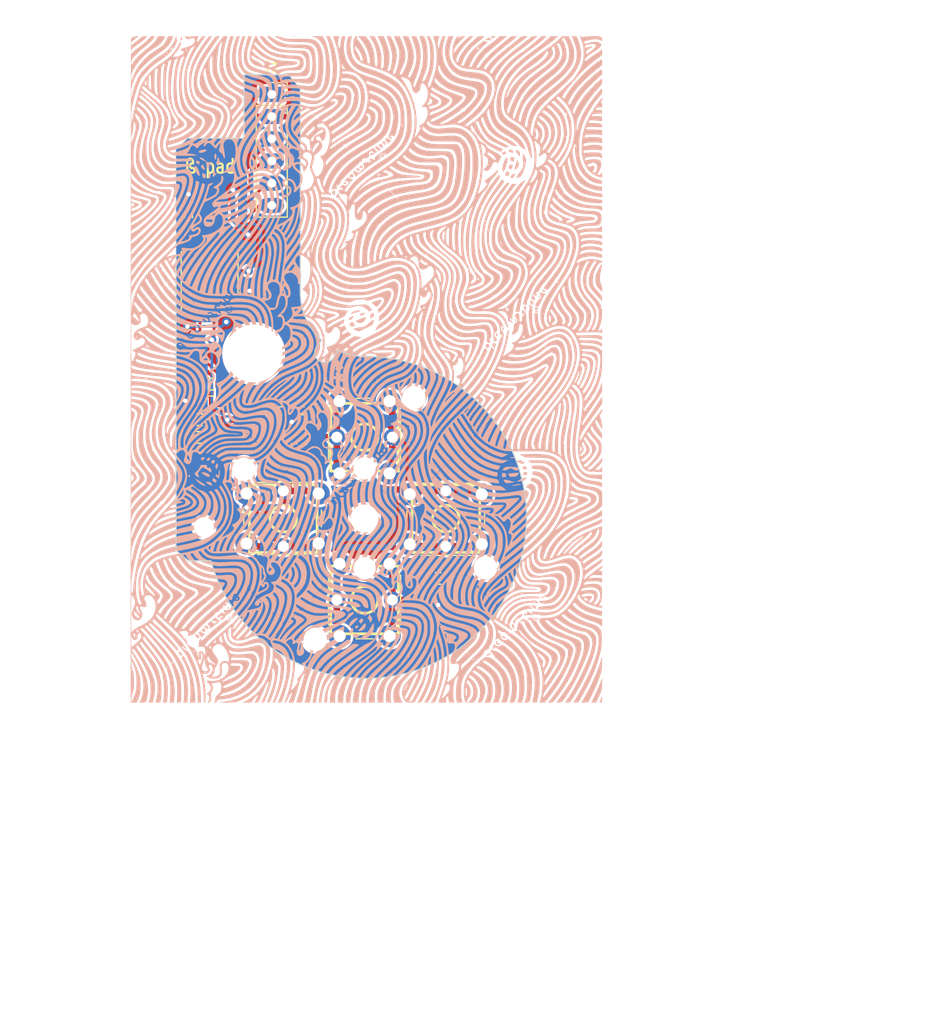
<source format=kicad_pcb>
(kicad_pcb (version 20221018) (generator pcbnew)
  (layers (0 "F.Cu" signal) (31 "B.Cu" signal) (34 "B.Paste" user) (35 "F.Paste" user) (36 "B.SilkS" user "B.Silkscreen") (37 "F.SilkS" user "F.Silkscreen") (38 "B.Mask" user) (39 "F.Mask" user) (44 "Edge.Cuts" user))
  (net 0 "")
  (net 1 "GND")
  (net 2 "/C_y")
  (net 3 "/C_x")
  (net 4 "VCC")
  (net 5 "/CS2_2")
  (net 6 "/CLK2")
  (net 7 "/Dout2")
  (net 8 "/Din2")
  (net 9 "Net-(SW2-Pad1)")
  (net 10 "Net-(R1-Pad1)")
  (footprint "PhobGCC_2_0_0_footprints:C_0402_1005Metric" (layer "F.Cu") (at 128.8 100.5)
    (fp_text reference "C2" hide)
    (fp_text value "100n")
    (pad "1" smd roundrect (at -0.48 0) (size 0.56 0.62) (layers "F.Cu" "F.Paste" "F.Mask") (net 2 "/C_y"))
    (pad "2" smd roundrect (at 0.48 0) (size 0.56 0.62) (layers "F.Cu" "F.Paste" "F.Mask") (net 1 "GND"))
  )
  (footprint "PhobGCC_2_0_0_footprints:MountingHole_2.0mm" (layer "F.Cu") (at 136.37 114.68 90)
    (fp_text reference "H12" hide)
    (fp_text value "MountingHole")
    (pad "" np_thru_hole circle (at 0 0 90) (size 2 2) (drill 2) (layers "F&B.Cu" "*.Mask"))
  )
  (footprint "PhobGCC_2_0_0_footprints:SOIC-8_3.9x4.9mm_P1.27mm" (layer "F.Cu") (at 122.4 88.1 90)
    (fp_text reference "U1" hide)
    (fp_text value "MCP3202")
    (pad "1" smd roundrect (at -2.475 -1.905 90) (size 1.95 0.6) (layers "F.Cu" "F.Paste" "F.Mask") (net 5 "/CS2_2"))
    (pad "2" smd roundrect (at -2.475 -0.635 90) (size 1.95 0.6) (layers "F.Cu" "F.Paste" "F.Mask") (net 3 "/C_x"))
    (pad "3" smd roundrect (at -2.475 0.635 90) (size 1.95 0.6) (layers "F.Cu" "F.Paste" "F.Mask") (net 2 "/C_y"))
    (pad "4" smd roundrect (at -2.475 1.905 90) (size 1.95 0.6) (layers "F.Cu" "F.Paste" "F.Mask") (net 1 "GND"))
    (pad "5" smd roundrect (at 2.475 1.905 90) (size 1.95 0.6) (layers "F.Cu" "F.Paste" "F.Mask") (net 8 "/Din2"))
    (pad "6" smd roundrect (at 2.475 0.635 90) (size 1.95 0.6) (layers "F.Cu" "F.Paste" "F.Mask") (net 7 "/Dout2"))
    (pad "7" smd roundrect (at 2.475 -0.635 90) (size 1.95 0.6) (layers "F.Cu" "F.Paste" "F.Mask") (net 6 "/CLK2"))
    (pad "8" smd roundrect (at 2.475 -1.905 90) (size 1.95 0.6) (layers "F.Cu" "F.Paste" "F.Mask") (net 4 "VCC"))
  )
  (footprint "Button_Switch_THT:SW_PUSH_6mm" (layer "F.Cu") (at 146.939 112.522 180)
    (fp_text reference "REF**" hide)
    (fp_text value "SW_PUSH_6mm")
    (pad "1" thru_hole circle (at 0 0 270) (size 2 2) (drill 1.1) (layers "*.Cu" "*.Mask") (net 10 "Net-(R1-Pad1)"))
    (pad "1" thru_hole circle (at 6.5 0 270) (size 2 2) (drill 1.1) (layers "*.Cu" "*.Mask") (net 10 "Net-(R1-Pad1)"))
    (pad "2" thru_hole circle (at 0 4.5 270) (size 2 2) (drill 1.1) (layers "*.Cu" "*.Mask") (net 2 "/C_y"))
    (pad "2" thru_hole circle (at 6.5 4.5 270) (size 2 2) (drill 1.1) (layers "*.Cu" "*.Mask") (net 2 "/C_y"))
  )
  (footprint "PhobGCC_2_0_0_footprints:C_0402_1005Metric" (layer "F.Cu") (at 130.8 100.5 180)
    (fp_text reference "C3" hide)
    (fp_text value "100n")
    (pad "1" smd roundrect (at -0.48 0 180) (size 0.56 0.62) (layers "F.Cu" "F.Paste" "F.Mask") (net 3 "/C_x"))
    (pad "2" smd roundrect (at 0.48 0 180) (size 0.56 0.62) (layers "F.Cu" "F.Paste" "F.Mask") (net 1 "GND"))
  )
  (footprint "Resistor_SMD:R_0603_1608Metric_Pad0.98x0.95mm_HandSolder" (layer "F.Cu") (at 122.5 99.7 180)
    (fp_text reference "R8" hide)
    (fp_text value "5.6k")
    (pad "1" smd roundrect (at -0.9125 0 180) (size 0.975 0.95) (layers "F.Cu" "F.Paste" "F.Mask") (net 3 "/C_x"))
    (pad "2" smd roundrect (at 0.9125 0 180) (size 0.975 0.95) (layers "F.Cu" "F.Paste" "F.Mask") (net 1 "GND"))
  )
  (footprint "Resistor_SMD:R_0603_1608Metric_Pad0.98x0.95mm_HandSolder" (layer "F.Cu") (at 122.5 98.1)
    (fp_text reference "R7" hide)
    (fp_text value "5.6k")
    (pad "1" smd roundrect (at -0.9125 0) (size 0.975 0.95) (layers "F.Cu" "F.Paste" "F.Mask") (net 4 "VCC"))
    (pad "2" smd roundrect (at 0.9125 0) (size 0.975 0.95) (layers "F.Cu" "F.Paste" "F.Mask") (net 3 "/C_x"))
  )
  (footprint "easyeda2kicad:SW-TH_L6.2-W6.2-P5.00" (layer "F.Cu") (at 143.7 110.21 90)
    (fp_text reference "SW3" hide)
    (fp_text value "C_down")
    (pad "1" thru_hole circle (at -2.5 0 90) (size 1.52 1.52) (drill 0.999998) (layers "*.Cu" "*.Paste" "*.Mask") (net 10 "Net-(R1-Pad1)"))
    (pad "2" thru_hole circle (at 2.5 0 90) (size 1.52 1.52) (drill 0.999998) (layers "*.Cu" "*.Paste" "*.Mask") (net 2 "/C_y"))
  )
  (footprint "Button_Switch_THT:SW_PUSH_6mm" (layer "F.Cu") (at 138.62 114.29 -90)
    (fp_text reference "REF**" hide)
    (fp_text value "SW_PUSH_6mm")
    (pad "1" thru_hole circle (at 0 0) (size 2 2) (drill 1.1) (layers "*.Cu" "*.Mask") (net 10 "Net-(R1-Pad1)"))
    (pad "1" thru_hole circle (at 6.5 0) (size 2 2) (drill 1.1) (layers "*.Cu" "*.Mask") (net 10 "Net-(R1-Pad1)"))
    (pad "2" thru_hole circle (at 0 4.5) (size 2 2) (drill 1.1) (layers "*.Cu" "*.Mask") (net 3 "/C_x"))
    (pad "2" thru_hole circle (at 6.5 4.5) (size 2 2) (drill 1.1) (layers "*.Cu" "*.Mask") (net 3 "/C_x"))
  )
  (footprint "easyeda2kicad:SW-TH_L6.2-W6.2-P5.00" (layer "F.Cu") (at 136.37 102.88)
    (fp_text reference "SW4" hide)
    (fp_text value "C_right")
    (pad "1" thru_hole circle (at -2.5 0) (size 1.52 1.52) (drill 0.999998) (layers "*.Cu" "*.Paste" "*.Mask") (net 9 "Net-(SW2-Pad1)"))
    (pad "2" thru_hole circle (at 2.5 0) (size 1.52 1.52) (drill 0.999998) (layers "*.Cu" "*.Paste" "*.Mask") (net 3 "/C_x"))
  )
  (footprint "easyeda2kicad:SW-TH_L6.2-W6.2-P5.00" (layer "F.Cu") (at 136.37 117.54 180)
    (fp_text reference "SW1" hide)
    (fp_text value "C_left")
    (pad "1" thru_hole circle (at -2.5 0 180) (size 1.52 1.52) (drill 0.999998) (layers "*.Cu" "*.Paste" "*.Mask") (net 10 "Net-(R1-Pad1)"))
    (pad "2" thru_hole circle (at 2.5 0 180) (size 1.52 1.52) (drill 0.999998) (layers "*.Cu" "*.Paste" "*.Mask") (net 3 "/C_x"))
  )
  (footprint "Resistor_SMD:R_0603_1608Metric_Pad0.98x0.95mm_HandSolder" (layer "F.Cu") (at 143 115.6)
    (fp_text reference "R1" hide)
    (fp_text value "1.1k")
    (pad "1" smd roundrect (at -0.9125 0) (size 0.975 0.95) (layers "F.Cu" "F.Paste" "F.Mask") (net 10 "Net-(R1-Pad1)"))
    (pad "2" smd roundrect (at 0.9125 0) (size 0.975 0.95) (layers "F.Cu" "F.Paste" "F.Mask") (net 1 "GND"))
  )
  (footprint "MountingHole:MountingHole_2.1mm" (layer "F.Cu") (at 131.93 121.09)
    (fp_text reference "H4" hide)
    (fp_text value "MountingHole")
    (pad "" np_thru_hole circle (at 0 0) (size 2.1 2.1) (drill 2.1) (layers "*.Cu" "*.Mask"))
  )
  (footprint "Button_Switch_THT:SW_PUSH_6mm" (layer "F.Cu") (at 125.73 107.95)
    (fp_text reference "REF**" hide)
    (fp_text value "SW_PUSH_6mm")
    (pad "1" thru_hole circle (at 0 0 90) (size 2 2) (drill 1.1) (layers "*.Cu" "*.Mask") (net 9 "Net-(SW2-Pad1)"))
    (pad "1" thru_hole circle (at 6.5 0 90) (size 2 2) (drill 1.1) (layers "*.Cu" "*.Mask") (net 9 "Net-(SW2-Pad1)"))
    (pad "2" thru_hole circle (at 0 4.5 90) (size 2 2) (drill 1.1) (layers "*.Cu" "*.Mask") (net 2 "/C_y"))
    (pad "2" thru_hole circle (at 6.5 4.5 90) (size 2 2) (drill 1.1) (layers "*.Cu" "*.Mask") (net 2 "/C_y"))
  )
  (footprint "PhobGCC_2_0_0_footprints:C_0402_1005Metric" (layer "F.Cu") (at 120.5 83 90)
    (fp_text reference "C1" hide)
    (fp_text value "100n")
    (pad "1" smd roundrect (at -0.48 0 90) (size 0.56 0.62) (layers "F.Cu" "F.Paste" "F.Mask") (net 4 "VCC"))
    (pad "2" smd roundrect (at 0.48 0 90) (size 0.56 0.62) (layers "F.Cu" "F.Paste" "F.Mask") (net 1 "GND"))
  )
  (footprint "MountingHole:MountingHole_2.5mm" (layer "F.Cu") (at 136.36 110.2)
    (fp_text reference "H5" hide)
    (fp_text value "MountingHole")
    (pad "" np_thru_hole circle (at 0 0) (size 2.5 2.5) (drill 2.5) (layers "*.Cu" "*.Mask"))
  )
  (footprint "easyeda2kicad:SW-TH_L6.2-W6.2-P5.00" (layer "F.Cu") (at 129.04 110.22 -90)
    (fp_text reference "SW2" hide)
    (fp_text value "C_up")
    (pad "1" thru_hole circle (at -2.5 0 270) (size 1.52 1.52) (drill 0.999998) (layers "*.Cu" "*.Paste" "*.Mask") (net 9 "Net-(SW2-Pad1)"))
    (pad "2" thru_hole circle (at 2.5 0 270) (size 1.52 1.52) (drill 0.999998) (layers "*.Cu" "*.Paste" "*.Mask") (net 2 "/C_y"))
  )
  (footprint "Resistor_SMD:R_0603_1608Metric_Pad0.98x0.95mm_HandSolder" (layer "F.Cu") (at 121.5 101.3 180)
    (fp_text reference "R6" hide)
    (fp_text value "5.6k")
    (pad "1" smd roundrect (at -0.9125 0 180) (size 0.975 0.95) (layers "F.Cu" "F.Paste" "F.Mask") (net 2 "/C_y"))
    (pad "2" smd roundrect (at 0.9125 0 180) (size 0.975 0.95) (layers "F.Cu" "F.Paste" "F.Mask") (net 1 "GND"))
  )
  (footprint "Resistor_SMD:R_0603_1608Metric_Pad0.98x0.95mm_HandSolder" (layer "F.Cu") (at 130 104 180)
    (fp_text reference "R2" hide)
    (fp_text value "1.1k")
    (pad "1" smd roundrect (at -0.9125 0 180) (size 0.975 0.95) (layers "F.Cu" "F.Paste" "F.Mask") (net 9 "Net-(SW2-Pad1)"))
    (pad "2" smd roundrect (at 0.9125 0 180) (size 0.975 0.95) (layers "F.Cu" "F.Paste" "F.Mask") (net 4 "VCC"))
  )
  (footprint "MountingHole:MountingHole_2.1mm" (layer "F.Cu") (at 147.27 114.64)
    (fp_text reference "H3" hide)
    (fp_text value "MountingHole")
    (pad "" np_thru_hole circle (at 0 0) (size 2.1 2.1) (drill 2.1) (layers "*.Cu" "*.Mask"))
  )
  (footprint "MountingHole:MountingHole_2.1mm" (layer "F.Cu") (at 125.48 105.77)
    (fp_text reference "H1" hide)
    (fp_text value "MountingHole")
    (pad "" np_thru_hole circle (at 0 0) (size 2.1 2.1) (drill 2.1) (layers "*.Cu" "*.Mask"))
  )
  (footprint "PhobGCC_2_0_0_footprints:MountingHole_1.8mm" (layer "F.Cu") (at 121.89 110.98 90)
    (fp_text reference "H10" hide)
    (fp_text value "MountingHole")
    (pad "" np_thru_hole circle (at 0 0 90) (size 1.8 1.8) (drill 1.8) (layers "F&B.Cu" "*.Mask"))
  )
  (footprint "PhobGCC_2_0_0_footprints:MountingHole_2.0mm" (layer "F.Cu") (at 136.37 105.68 90)
    (fp_text reference "H13" hide)
    (fp_text value "MountingHole")
    (pad "" np_thru_hole circle (at 0 0 90) (size 2 2) (drill 2) (layers "F&B.Cu" "*.Mask"))
  )
  (footprint "MountingHole:MountingHole_2.1mm" (layer "F.Cu") (at 140.82 99.32)
    (fp_text reference "H2" hide)
    (fp_text value "MountingHole")
    (pad "" np_thru_hole circle (at 0 0) (size 2.1 2.1) (drill 2.1) (layers "*.Cu" "*.Mask"))
  )
  (footprint "PhobGCC_2_0_0_footprints:MountingHole_5.2mm" (layer "F.Cu") (at 126.37 95.34 90)
    (fp_text reference "H11" hide)
    (fp_text value "MountingHole")
    (pad "" np_thru_hole circle (at 0 0 90) (size 5.2 5.2) (drill 5.2) (layers "F&B.Cu" "*.Mask"))
  )
  (footprint "Button_Switch_THT:SW_PUSH_6mm" (layer "F.Cu") (at 134.12 106.13 90)
    (fp_text reference "REF**" hide)
    (fp_text value "SW_PUSH_6mm")
    (pad "1" thru_hole circle (at 0 0 180) (size 2 2) (drill 1.1) (layers "*.Cu" "*.Mask") (net 9 "Net-(SW2-Pad1)"))
    (pad "1" thru_hole circle (at 6.5 0 180) (size 2 2) (drill 1.1) (layers "*.Cu" "*.Mask") (net 9 "Net-(SW2-Pad1)"))
    (pad "2" thru_hole circle (at 0 4.5 180) (size 2 2) (drill 1.1) (layers "*.Cu" "*.Mask") (net 3 "/C_x"))
    (pad "2" thru_hole circle (at 6.5 4.5 180) (size 2 2) (drill 1.1) (layers "*.Cu" "*.Mask") (net 3 "/C_x"))
  )
  (footprint "PhobGCC_2_0_0_footprints:PinSocket_1x06_P2.00mm_Vertical" (layer "F.Cu") (at 128 72)
    (fp_text reference "J1" (at 0 -2.5 180) (layer "F.SilkS"))
    (fp_text value "Conn_01x06")
    (pad "1" thru_hole rect (at 0 0) (size 2.2 1.35) (drill 0.8) (layers "*.Cu" "*.Mask") (net 1 "GND") (thermal_gap 0.65))
    (pad "2" thru_hole oval (at 0 2) (size 2.2 1.35) (drill 0.8) (layers "*.Cu" "*.Mask") (net 4 "VCC") (thermal_gap 0.5))
    (pad "3" thru_hole oval (at 0 4) (size 2.2 1.35) (drill 0.8) (layers "*.Cu" "*.Mask") (net 5 "/CS2_2"))
    (pad "4" thru_hole oval (at 0 6) (size 2.2 1.35) (drill 0.8) (layers "*.Cu" "*.Mask") (net 6 "/CLK2"))
    (pad "5" thru_hole oval (at 0 8) (size 2.2 1.35) (drill 0.8) (layers "*.Cu" "*.Mask") (net 7 "/Dout2"))
    (pad "6" thru_hole oval (at 0 10) (size 2.2 1.35) (drill 0.8) (layers "*.Cu" "*.Mask") (net 8 "/Din2"))
  )
  (footprint "Resistor_SMD:R_0603_1608Metric_Pad0.98x0.95mm_HandSolder" (layer "F.Cu") (at 121.5 102.9)
    (fp_text reference "R5" hide)
    (fp_text value "5.6k")
    (pad "1" smd roundrect (at -0.9125 0) (size 0.975 0.95) (layers "F.Cu" "F.Paste" "F.Mask") (net 4 "VCC"))
    (pad "2" smd roundrect (at 0.9125 0) (size 0.975 0.95) (layers "F.Cu" "F.Paste" "F.Mask") (net 2 "/C_y"))
  )
  (footprint "LOGO" (layer "B.Cu") (at 134.493 96.774 90)
    (fp_text reference "G***" (at 0 0 90) (layer "B.SilkS") (effects (font (size 1.5 1.5) (thickness 0.3)) (justify mirror)))
    (fp_text value "LOGO" hide)
  )
  (gr_arc (start 136.4732 95.606117) (mid 148.023637 118.872944) (end 122.507528 114.006117) (stroke (width 0.1)) (layer "Edge.Cuts"))
  (gr_line (start 132.492083 94.141342) (end 132.025578 94.761017) (stroke (width 0.1)) (layer "Edge.Cuts"))
  (gr_arc (start 133.523763 95.758735) (mid 132.275846 96.008917) (end 132.025578 94.761017) (stroke (width 0.1)) (layer "Edge.Cuts"))
  (gr_line (start 120.4214 75.946) (end 125.5 75.946) (stroke (width 0.1)) (layer "Edge.Cuts"))
  (gr_line (start 119.3672 93.842952) (end 119.367157 94.464952) (stroke (width 0.1)) (layer "Edge.Cuts"))
  (gr_line (start 130.5732 75.278235) (end 130.556 71.4756) (stroke (width 0.05)) (layer "Edge.Cuts"))
  (gr_line (start 130.5732 89.706117) (end 130.5732 86.506117) (stroke (width 0.1)) (layer "Edge.Cuts"))
  (gr_line (start 119.3672 93.842952) (end 119.3672 86.5874) (stroke (width 0.1)) (layer "Edge.Cuts"))
  (gr_arc (start 132.492083 94.141342) (mid 131.057512 92.129292) (end 130.5732 89.706117) (stroke (width 0.1)) (layer "Edge.Cuts"))
  (gr_line (start 133.523763 95.758735) (end 133.990269 95.058224) (stroke (width 0.1)) (layer "Edge.Cuts"))
  (gr_line (start 130.5732 86.506117) (end 130.5732 75.278235) (stroke (width 0.05)) (layer "Edge.Cuts"))
  (gr_line (start 129.511 70.227493) (end 125.5 70.227493) (stroke (width 0.1)) (layer "Edge.Cuts"))
  (gr_line (start 119.3546 76.962) (end 120.4214 75.946) (stroke (width 0.05)) (layer "Edge.Cuts"))
  (gr_line (start 119.367157 103.765952) (end 119.364307 113.086952) (stroke (width 0.1)) (layer "Edge.Cuts"))
  (gr_line (start 119.364307 113.086952) (end 120.4732 114.006117) (stroke (width 0.1)) (layer "Edge.Cuts"))
  (gr_line (start 119.367157 94.464952) (end 119.367157 103.765952) (stroke (width 0.1)) (layer "Edge.Cuts"))
  (gr_line (start 119.3672 86.5874) (end 119.3546 76.962) (stroke (width 0.05)) (layer "Edge.Cuts"))
  (gr_line (start 125.5 70.227493) (end 125.5 75.946) (stroke (width 0.1)) (layer "Edge.Cuts"))
  (gr_line (start 130.556 71.4756) (end 129.511 70.227493) (stroke (width 0.05)) (layer "Edge.Cuts"))
  (gr_arc (start 136.4732 95.606117) (mid 135.201851 95.467595) (end 133.990269 95.058224) (stroke (width 0.1)) (layer "Edge.Cuts"))
  (gr_line (start 120.4732 114.006117) (end 122.507528 114.006117) (stroke (width 0.1)) (layer "Edge.Cuts"))
  (gr_text "ß pad" (at 122.428 78.486) (layer "F.SilkS") (effects (font (size 1.25 1) (thickness 0.2))))
  (segment (start 129.8 100.5) (end 129.8 101.5) (width 0.6) (layer "F.Cu") (net 1))
  (segment (start 120.3 99.7) (end 121.4 99.7) (width 0.6) (layer "F.Cu") (net 1))
  (segment (start 120.5 81) (end 120.5 82.52) (width 0.25) (layer "F.Cu") (net 1))
  (segment (start 120.5875 99.9875) (end 120.5875 101.3) (width 0.6) (layer "F.Cu") (net 1))
  (segment (start 129.8 100.5) (end 130.32 100.5) (width 0.6) (layer "F.Cu") (net 1))
  (segment (start 120.2 99.6) (end 120.3 99.7) (width 0.6) (layer "F.Cu") (net 1))
  (segment (start 121.4875 99.7) (end 121.4 99.7) (width 0.25) (layer "F.Cu") (net 1))
  (segment (start 120.2 99.6) (end 120.5875 99.9875) (width 0.6) (layer "F.Cu") (net 1))
  (segment (start 143.9125 115.6) (end 143.9125 117.0875) (width 0.6) (layer "F.Cu") (net 1))
  (segment (start 126 89.7) (end 125.125 90.575) (width 0.3) (layer "F.Cu") (net 1))
  (segment (start 125.125 90.575) (end 124.305 90.575) (width 0.3) (layer "F.Cu") (net 1))
  (segment (start 129.28 100.5) (end 129.8 100.5) (width 0.6) (layer "F.Cu") (net 1))
  (segment (start 143.9125 117.0875) (end 143 118) (width 0.6) (layer "F.Cu") (net 1))
  (via (at 120.5 81) (size 0.8) (drill 0.4) (layers "F.Cu" "B.Cu") (net 1))
  (via (at 129.8 101.5) (size 0.8) (drill 0.4) (layers "F.Cu" "B.Cu") (net 1))
  (via (at 143 118) (size 0.8) (drill 0.4) (layers "F.Cu" "B.Cu") (net 1))
  (via (at 126 89.7) (size 0.8) (drill 0.4) (layers "F.Cu" "B.Cu") (net 1))
  (via (at 120.2 99.6) (size 0.8) (drill 0.4) (layers "F.Cu" "B.Cu") (net 1))
  (segment (start 128.32 100.5) (end 128 100.5) (width 0.6) (layer "F.Cu") (net 2))
  (segment (start 146.627 107.71) (end 146.939 108.022) (width 0.6) (layer "F.Cu") (net 2))
  (segment (start 143.7 107.71) (end 143.59 107.6) (width 0.6) (layer "F.Cu") (net 2))
  (segment (start 122.8 93.9) (end 122.6 94.1) (width 0.25) (layer "F.Cu") (net 2))
  (segment (start 124 101.9) (end 123 102.9) (width 0.6) (layer "F.Cu") (net 2))
  (segment (start 143.59 107.6) (end 134.843 107.6) (width 0.6) (layer "F.Cu") (net 2))
  (segment (start 123 102.9) (end 122.4125 102.9) (width 0.25) (layer "F.Cu") (net 2))
  (segment (start 134.843 107.6) (end 129.723 112.72) (width 0.6) (layer "F.Cu") (net 2))
  (segment (start 129.723 112.72) (end 129.04 112.72) (width 0.6) (layer "F.Cu") (net 2))
  (segment (start 125.6 101.3) (end 124 101.3) (width 0.6) (layer "F.Cu") (net 2))
  (segment (start 127.4 103.1) (end 126.4 102.1) (width 0.6) (layer "F.Cu") (net 2))
  (segment (start 126 112.72) (end 125.73 112.45) (width 0.6) (layer "F.Cu") (net 2))
  (segment (start 129.04 112.72) (end 131.96 112.72) (width 0.6) (layer "F.Cu") (net 2))
  (segment (start 131.96 112.72) (end 132.23 112.45) (width 0.6) (layer "F.Cu") (net 2))
  (segment (start 143.7 107.71) (end 140.751 107.71) (width 0.6) (layer "F.Cu") (net 2))
  (segment (start 122.8 91.475) (end 122.8 93.9) (width 0.25) (layer "F.Cu") (net 2))
  (segment (start 124 101.3) (end 124 101.9) (width 0.6) (layer "F.Cu") (net 2))
  (segment (start 124 101.3) (end 122.4125 101.3) (width 0.6) (layer "F.Cu") (net 2))
  (segment (start 143.7 107.71) (end 146.627 107.71) (width 0.6) (layer "F.Cu") (net 2))
  (segment (start 128 100.5) (end 126.4 102.1) (width 0.6) (layer "F.Cu") (net 2))
  (segment (start 129.04 112.72) (end 127.4 111.08) (width 0.6) (layer "F.Cu") (net 2))
  (segment (start 126.4 102.1) (end 125.6 101.3) (width 0.6) (layer "F.Cu") (net 2))
  (segment (start 140.751 107.71) (end 140.439 108.022) (width 0.6) (layer "F.Cu") (net 2))
  (segment (start 129.04 112.72) (end 126 112.72) (width 0.6) (layer "F.Cu") (net 2))
  (segment (start 127.4 111.08) (end 127.4 103.1) (width 0.6) (layer "F.Cu") (net 2))
  (via (at 122.6 94.1) (size 0.8) (drill 0.4) (layers "F.Cu" "B.Cu") (net 2))
  (via (at 124 101.3) (size 0.8) (drill 0.4) (layers "F.Cu" "B.Cu") (net 2))
  (segment (start 122.6 99.9) (end 122.6 94.1) (width 0.25) (layer "B.Cu") (net 2))
  (segment (start 124 101.3) (end 122.6 99.9) (width 0.25) (layer "B.Cu") (net 2))
  (segment (start 124.567 98.933) (end 123.8 99.7) (width 0.6) (layer "F.Cu") (net 3))
  (segment (start 138.87 102.04) (end 134.62 97.79) (width 0.6) (layer "F.Cu") (net 3))
  (segment (start 123.4125 98.1) (end 123.3125 98.2) (width 0.6) (layer "F.Cu") (net 3))
  (segment (start 138.87 102.88) (end 138.87 99.88) (width 0.6) (layer "F.Cu") (net 3))
  (segment (start 134.62 97.79) (end 129.286 97.79) (width 0.6) (layer "F.Cu") (net 3))
  (segment (start 133.87 117.54) (end 133.87 114.54) (width 0.6) (layer "F.Cu") (net 3))
  (segment (start 138.87 102.88) (end 138.87 102.04) (width 0.6) (layer "F.Cu") (net 3))
  (segment (start 133.87 114.54) (end 134.12 114.29) (width 0.6) (layer "F.Cu") (net 3))
  (segment (start 121.53 91.475) (end 121.53 95.53) (width 0.25) (layer "F.Cu") (net 3))
  (segment (start 138.87 99.88) (end 138.62 99.63) (width 0.6) (layer "F.Cu") (net 3))
  (segment (start 138.87 102.88) (end 138.87 105.88) (width 0.6) (layer "F.Cu") (net 3))
  (segment (start 129.286 97.79) (end 128.143 98.933) (width 0.6) (layer "F.Cu") (net 3))
  (segment (start 128.143 98.933) (end 124.567 98.933) (width 0.6) (layer "F.Cu") (net 3))
  (segment (start 133.87 120.54) (end 134.12 120.79) (width 0.6) (layer "F.Cu") (net 3))
  (segment (start 131.28 100.5) (end 131.28 99.3) (width 0.6) (layer "F.Cu") (net 3))
  (segment (start 123.3125 98.2) (end 123.3125 99.7) (width 0.6) (layer "F.Cu") (net 3))
  (segment (start 121.53 95.53) (end 123.3125 97.3125) (width 0.25) (layer "F.Cu") (net 3))
  (segment (start 138.87 105.88) (end 138.62 106.13) (width 0.6) (layer "F.Cu") (net 3))
  (segment (start 123.3125 97.3125) (end 123.3125 98.1) (width 0.25) (layer "F.Cu") (net 3))
  (segment (start 133.87 117.54) (end 133.87 120.54) (width 0.6) (layer "F.Cu") (net 3))
  (segment (start 123.8 99.7) (end 123.4125 99.7) (width 0.6) (layer "F.Cu") (net 3))
  (segment (start 139.8 111.500281) (end 139.8 103.81) (width 0.6) (layer "B.Cu") (net 3))
  (segment (start 133.87 113.594491) (end 134.664491 112.8) (width 0.6) (layer "B.Cu") (net 3))
  (segment (start 134.664491 112.8) (end 138.500281 112.8) (width 0.6) (layer "B.Cu") (net 3))
  (segment (start 139.8 103.81) (end 138.87 102.88) (width 0.6) (layer "B.Cu") (net 3))
  (segment (start 138.500281 112.8) (end 139.8 111.500281) (width 0.6) (layer "B.Cu") (net 3))
  (segment (start 133.87 117.54) (end 133.87 113.594491) (width 0.6) (layer "B.Cu") (net 3))
  (segment (start 120.495 85.625) (end 120.495 83.485) (width 0.25) (layer "F.Cu") (net 4))
  (segment (start 120.495 83.485) (end 120.5 83.48) (width 0.25) (layer "F.Cu") (net 4))
  (via (at 125.8687 84.6328) (size 0.8) (drill 0.4) (layers "F.Cu" "B.Cu") (net 4))
  (via (at 120.4 92.9) (size 0.8) (drill 0.4) (layers "F.Cu" "B.Cu") (net 4))
  (via (at 123.9 92.5) (size 0.8) (drill 0.4) (layers "F.Cu" "B.Cu") (net 4))
  (via (at 124.5108 80.6196) (size 0.8) (drill 0.4) (layers "F.Cu" "B.Cu") (net 4))
  (segment (start 124.5108 83.3108) (end 125.8328 84.6328) (width 0.4) (layer "B.Cu") (net 4))
  (segment (start 125.8328 84.6328) (end 125.8687 84.6328) (width 0.4) (layer "B.Cu") (net 4))
  (segment (start 124.5108 80.6196) (end 124.5108 83.3108) (width 0.4) (layer "B.Cu") (net 4))
  (segment (start 123.9 92.5) (end 123.5 92.9) (width 0.25) (layer "B.Cu") (net 4))
  (segment (start 123.5 92.9) (end 120.4 92.9) (width 0.25) (layer "B.Cu") (net 4))
  (segment (start 125.9 87.9) (end 122.1 87.9) (width 0.3) (layer "F.Cu") (net 5))
  (segment (start 120.495 89.505) (end 120.495 90.575) (width 0.3) (layer "F.Cu") (net 5))
  (segment (start 122.1 87.9) (end 120.495 89.505) (width 0.3) (layer "F.Cu") (net 5))
  (via (at 125.9 87.9) (size 0.8) (drill 0.4) (layers "F.Cu" "B.Cu") (net 5))
  (segment (start 127 84.25) (end 126.1872 83.4372) (width 0.3) (layer "B.Cu") (net 5))
  (segment (start 126.1872 83.4372) (end 126.1872 77.6224) (width 0.3) (layer "B.Cu") (net 5))
  (segment (start 127.8172 75.9924) (end 128.016 75.9924) (width 0.3) (layer "B.Cu") (net 5))
  (segment (start 126.1872 77.6224) (end 127.8172 75.9924) (width 0.3) (layer "B.Cu") (net 5))
  (segment (start 125.9 87.9) (end 127 86.8) (width 0.3) (layer "B.Cu") (net 5))
  (segment (start 127 86.8) (end 127 84.25) (width 0.3) (layer "B.Cu") (net 5))
  (segment (start 121.765 86.2846) (end 121.765 84.5338) (width 0.25) (layer "F.Cu") (net 6))
  (segment (start 121.765 84.5338) (end 126.0348 80.264) (width 0.25) (layer "F.Cu") (net 6))
  (segment (start 126.0348 80.264) (end 126.0348 79.1464) (width 0.25) (layer "F.Cu") (net 6))
  (segment (start 126.0348 79.1464) (end 127.1888 77.9924) (width 0.25) (layer "F.Cu") (net 6))
  (segment (start 127.1888 77.9924) (end 128.016 77.9924) (width 0.25) (layer "F.Cu") (net 6))
  (segment (start 123.035 84.5338) (end 127.5764 79.9924) (width 0.25) (layer "F.Cu") (net 7))
  (segment (start 127.5764 79.9924) (end 128.016 79.9924) (width 0.25) (layer "F.Cu") (net 7))
  (segment (start 123.035 85.625) (end 123.035 84.5338) (width 0.25) (layer "F.Cu") (net 7))
  (segment (start 126.8896 82) (end 128 82) (width 0.25) (layer "F.Cu") (net 8))
  (segment (start 124.305 86.2846) (end 124.305 84.5846) (width 0.25) (layer "F.Cu") (net 8))
  (segment (start 124.305 84.5846) (end 126.8896 82) (width 0.25) (layer "F.Cu") (net 8))
  (segment (start 129.04 107.72) (end 129.04 109.212) (width 0.6) (layer "F.Cu") (net 9))
  (segment (start 133.87 102.88) (end 133.87 105.88) (width 0.6) (layer "F.Cu") (net 9))
  (segment (start 133.87 105.88) (end 134.12 106.13) (width 0.6) (layer "F.Cu") (net 9))
  (segment (start 130.9125 105.8475) (end 129.04 107.72) (width 0.6) (layer "F.Cu") (net 9))
  (segment (start 133.87 100.25) (end 134.12 100) (width 0.6) (layer "F.Cu") (net 9))
  (segment (start 132.0325 102.88) (end 130.9125 104) (width 0.6) (layer "F.Cu") (net 9))
  (segment (start 130.9125 104) (end 130.9125 105.8475) (width 0.6) (layer "F.Cu") (net 9))
  (segment (start 133.87 102.88) (end 133.87 100.25) (width 0.6) (layer "F.Cu") (net 9))
  (segment (start 129.04 107.72) (end 132 107.72) (width 0.6) (layer "F.Cu") (net 9))
  (segment (start 132 107.72) (end 132.23 107.95) (width 0.6) (layer "F.Cu") (net 9))
  (segment (start 133.87 102.88) (end 132.0325 102.88) (width 0.6) (layer "F.Cu") (net 9))
  (segment (start 129.04 109.212) (end 129.032 109.22) (width 0.6) (layer "F.Cu") (net 9))
  (segment (start 125.73 109.22) (end 125.73 107.95) (width 0.6) (layer "F.Cu") (net 9))
  (via (at 129.032 109.22) (size 0.8) (drill 0.4) (layers "F.Cu" "B.Cu") (net 9))
  (via (at 125.73 109.22) (size 0.8) (drill 0.4) (layers "F.Cu" "B.Cu") (net 9))
  (segment (start 129.032 109.22) (end 125.73 109.22) (width 0.6) (layer "B.Cu") (net 9))
  (segment (start 140.1475 117.54) (end 142.0875 115.6) (width 0.6) (layer "F.Cu") (net 10))
  (segment (start 142.0875 115.6) (end 142.0875 114.3225) (width 0.6) (layer "F.Cu") (net 10))
  (segment (start 140.627 112.71) (end 140.439 112.522) (width 0.6) (layer "F.Cu") (net 10))
  (segment (start 146.751 112.71) (end 146.939 112.522) (width 0.6) (layer "F.Cu") (net 10))
  (segment (start 138.87 120.54) (end 138.62 120.79) (width 0.6) (layer "F.Cu") (net 10))
  (segment (start 138.87 117.54) (end 138.87 120.54) (width 0.6) (layer "F.Cu") (net 10))
  (segment (start 142.0875 114.3225) (end 143.7 112.71) (width 0.6) (layer "F.Cu") (net 10))
  (segment (start 138.87 114.54) (end 138.62 114.29) (width 0.6) (layer "F.Cu") (net 10))
  (segment (start 138.87 117.54) (end 138.87 114.54) (width 0.6) (layer "F.Cu") (net 10))
  (segment (start 143.7 112.71) (end 140.627 112.71) (width 0.6) (layer "F.Cu") (net 10))
  (segment (start 138.87 117.54) (end 140.1475 117.54) (width 0.6) (layer "F.Cu") (net 10))
  (segment (start 143.7 112.71) (end 146.751 112.71) (width 0.6) (layer "F.Cu") (net 10))
  (zone (net 4) (net_name "VCC") (layer "F.Cu") (connect_pads (clearance 0.25)) (min_thickness 0.254) (fill yes (thermal_gap 0.508) (thermal_bridge_width 0.508))
    (polygon (pts (xy 188 155.75) (xy 103.5 155.75) (xy 103.5 63.5) (xy 188 63.5)))
  )
  (zone (net 1) (net_name "GND") (layer "B.Cu") (connect_pads (clearance 0.25)) (min_thickness 0.254) (fill yes (thermal_gap 0.508) (thermal_bridge_width 0.508))
    (polygon (pts (xy 130.81 86.614) (xy 136.2964 92.1004) (xy 152.4 92.1004) (xy 152.4 127) (xy 118.5672 127) (xy 118.5672 69.0572) (xy 130.81 69.0572)))
  )
)
</source>
